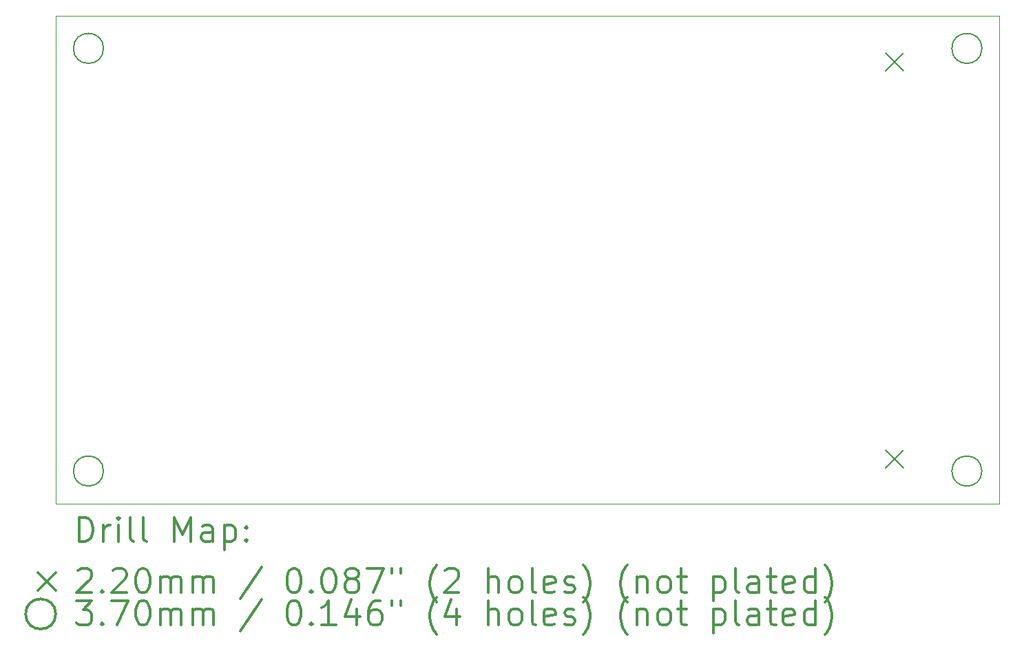
<source format=gbr>
%FSLAX45Y45*%
G04 Gerber Fmt 4.5, Leading zero omitted, Abs format (unit mm)*
G04 Created by KiCad (PCBNEW (5.1.9)-1) date 2021-04-20 11:25:09*
%MOMM*%
%LPD*%
G01*
G04 APERTURE LIST*
%TA.AperFunction,Profile*%
%ADD10C,0.050000*%
%TD*%
%ADD11C,0.200000*%
%ADD12C,0.300000*%
G04 APERTURE END LIST*
D10*
X15800000Y-15000000D02*
X4200000Y-15000000D01*
X15800000Y-9000000D02*
X15800000Y-15000000D01*
X4200000Y-9000000D02*
X15800000Y-9000000D01*
X4200000Y-15000000D02*
X4200000Y-9000000D01*
D11*
X14400000Y-9460000D02*
X14620000Y-9680000D01*
X14620000Y-9460000D02*
X14400000Y-9680000D01*
X14400000Y-14340000D02*
X14620000Y-14560000D01*
X14620000Y-14340000D02*
X14400000Y-14560000D01*
X4785000Y-9400000D02*
G75*
G03*
X4785000Y-9400000I-185000J0D01*
G01*
X4785000Y-14600000D02*
G75*
G03*
X4785000Y-14600000I-185000J0D01*
G01*
X15585000Y-9400000D02*
G75*
G03*
X15585000Y-9400000I-185000J0D01*
G01*
X15585000Y-14600000D02*
G75*
G03*
X15585000Y-14600000I-185000J0D01*
G01*
D12*
X4483928Y-15468214D02*
X4483928Y-15168214D01*
X4555357Y-15168214D01*
X4598214Y-15182500D01*
X4626786Y-15211071D01*
X4641071Y-15239643D01*
X4655357Y-15296786D01*
X4655357Y-15339643D01*
X4641071Y-15396786D01*
X4626786Y-15425357D01*
X4598214Y-15453929D01*
X4555357Y-15468214D01*
X4483928Y-15468214D01*
X4783928Y-15468214D02*
X4783928Y-15268214D01*
X4783928Y-15325357D02*
X4798214Y-15296786D01*
X4812500Y-15282500D01*
X4841071Y-15268214D01*
X4869643Y-15268214D01*
X4969643Y-15468214D02*
X4969643Y-15268214D01*
X4969643Y-15168214D02*
X4955357Y-15182500D01*
X4969643Y-15196786D01*
X4983928Y-15182500D01*
X4969643Y-15168214D01*
X4969643Y-15196786D01*
X5155357Y-15468214D02*
X5126786Y-15453929D01*
X5112500Y-15425357D01*
X5112500Y-15168214D01*
X5312500Y-15468214D02*
X5283928Y-15453929D01*
X5269643Y-15425357D01*
X5269643Y-15168214D01*
X5655357Y-15468214D02*
X5655357Y-15168214D01*
X5755357Y-15382500D01*
X5855357Y-15168214D01*
X5855357Y-15468214D01*
X6126786Y-15468214D02*
X6126786Y-15311071D01*
X6112500Y-15282500D01*
X6083928Y-15268214D01*
X6026786Y-15268214D01*
X5998214Y-15282500D01*
X6126786Y-15453929D02*
X6098214Y-15468214D01*
X6026786Y-15468214D01*
X5998214Y-15453929D01*
X5983928Y-15425357D01*
X5983928Y-15396786D01*
X5998214Y-15368214D01*
X6026786Y-15353929D01*
X6098214Y-15353929D01*
X6126786Y-15339643D01*
X6269643Y-15268214D02*
X6269643Y-15568214D01*
X6269643Y-15282500D02*
X6298214Y-15268214D01*
X6355357Y-15268214D01*
X6383928Y-15282500D01*
X6398214Y-15296786D01*
X6412500Y-15325357D01*
X6412500Y-15411071D01*
X6398214Y-15439643D01*
X6383928Y-15453929D01*
X6355357Y-15468214D01*
X6298214Y-15468214D01*
X6269643Y-15453929D01*
X6541071Y-15439643D02*
X6555357Y-15453929D01*
X6541071Y-15468214D01*
X6526786Y-15453929D01*
X6541071Y-15439643D01*
X6541071Y-15468214D01*
X6541071Y-15282500D02*
X6555357Y-15296786D01*
X6541071Y-15311071D01*
X6526786Y-15296786D01*
X6541071Y-15282500D01*
X6541071Y-15311071D01*
X3977500Y-15852500D02*
X4197500Y-16072500D01*
X4197500Y-15852500D02*
X3977500Y-16072500D01*
X4469643Y-15826786D02*
X4483928Y-15812500D01*
X4512500Y-15798214D01*
X4583928Y-15798214D01*
X4612500Y-15812500D01*
X4626786Y-15826786D01*
X4641071Y-15855357D01*
X4641071Y-15883929D01*
X4626786Y-15926786D01*
X4455357Y-16098214D01*
X4641071Y-16098214D01*
X4769643Y-16069643D02*
X4783928Y-16083929D01*
X4769643Y-16098214D01*
X4755357Y-16083929D01*
X4769643Y-16069643D01*
X4769643Y-16098214D01*
X4898214Y-15826786D02*
X4912500Y-15812500D01*
X4941071Y-15798214D01*
X5012500Y-15798214D01*
X5041071Y-15812500D01*
X5055357Y-15826786D01*
X5069643Y-15855357D01*
X5069643Y-15883929D01*
X5055357Y-15926786D01*
X4883928Y-16098214D01*
X5069643Y-16098214D01*
X5255357Y-15798214D02*
X5283928Y-15798214D01*
X5312500Y-15812500D01*
X5326786Y-15826786D01*
X5341071Y-15855357D01*
X5355357Y-15912500D01*
X5355357Y-15983929D01*
X5341071Y-16041071D01*
X5326786Y-16069643D01*
X5312500Y-16083929D01*
X5283928Y-16098214D01*
X5255357Y-16098214D01*
X5226786Y-16083929D01*
X5212500Y-16069643D01*
X5198214Y-16041071D01*
X5183928Y-15983929D01*
X5183928Y-15912500D01*
X5198214Y-15855357D01*
X5212500Y-15826786D01*
X5226786Y-15812500D01*
X5255357Y-15798214D01*
X5483928Y-16098214D02*
X5483928Y-15898214D01*
X5483928Y-15926786D02*
X5498214Y-15912500D01*
X5526786Y-15898214D01*
X5569643Y-15898214D01*
X5598214Y-15912500D01*
X5612500Y-15941071D01*
X5612500Y-16098214D01*
X5612500Y-15941071D02*
X5626786Y-15912500D01*
X5655357Y-15898214D01*
X5698214Y-15898214D01*
X5726786Y-15912500D01*
X5741071Y-15941071D01*
X5741071Y-16098214D01*
X5883928Y-16098214D02*
X5883928Y-15898214D01*
X5883928Y-15926786D02*
X5898214Y-15912500D01*
X5926786Y-15898214D01*
X5969643Y-15898214D01*
X5998214Y-15912500D01*
X6012500Y-15941071D01*
X6012500Y-16098214D01*
X6012500Y-15941071D02*
X6026786Y-15912500D01*
X6055357Y-15898214D01*
X6098214Y-15898214D01*
X6126786Y-15912500D01*
X6141071Y-15941071D01*
X6141071Y-16098214D01*
X6726786Y-15783929D02*
X6469643Y-16169643D01*
X7112500Y-15798214D02*
X7141071Y-15798214D01*
X7169643Y-15812500D01*
X7183928Y-15826786D01*
X7198214Y-15855357D01*
X7212500Y-15912500D01*
X7212500Y-15983929D01*
X7198214Y-16041071D01*
X7183928Y-16069643D01*
X7169643Y-16083929D01*
X7141071Y-16098214D01*
X7112500Y-16098214D01*
X7083928Y-16083929D01*
X7069643Y-16069643D01*
X7055357Y-16041071D01*
X7041071Y-15983929D01*
X7041071Y-15912500D01*
X7055357Y-15855357D01*
X7069643Y-15826786D01*
X7083928Y-15812500D01*
X7112500Y-15798214D01*
X7341071Y-16069643D02*
X7355357Y-16083929D01*
X7341071Y-16098214D01*
X7326786Y-16083929D01*
X7341071Y-16069643D01*
X7341071Y-16098214D01*
X7541071Y-15798214D02*
X7569643Y-15798214D01*
X7598214Y-15812500D01*
X7612500Y-15826786D01*
X7626786Y-15855357D01*
X7641071Y-15912500D01*
X7641071Y-15983929D01*
X7626786Y-16041071D01*
X7612500Y-16069643D01*
X7598214Y-16083929D01*
X7569643Y-16098214D01*
X7541071Y-16098214D01*
X7512500Y-16083929D01*
X7498214Y-16069643D01*
X7483928Y-16041071D01*
X7469643Y-15983929D01*
X7469643Y-15912500D01*
X7483928Y-15855357D01*
X7498214Y-15826786D01*
X7512500Y-15812500D01*
X7541071Y-15798214D01*
X7812500Y-15926786D02*
X7783928Y-15912500D01*
X7769643Y-15898214D01*
X7755357Y-15869643D01*
X7755357Y-15855357D01*
X7769643Y-15826786D01*
X7783928Y-15812500D01*
X7812500Y-15798214D01*
X7869643Y-15798214D01*
X7898214Y-15812500D01*
X7912500Y-15826786D01*
X7926786Y-15855357D01*
X7926786Y-15869643D01*
X7912500Y-15898214D01*
X7898214Y-15912500D01*
X7869643Y-15926786D01*
X7812500Y-15926786D01*
X7783928Y-15941071D01*
X7769643Y-15955357D01*
X7755357Y-15983929D01*
X7755357Y-16041071D01*
X7769643Y-16069643D01*
X7783928Y-16083929D01*
X7812500Y-16098214D01*
X7869643Y-16098214D01*
X7898214Y-16083929D01*
X7912500Y-16069643D01*
X7926786Y-16041071D01*
X7926786Y-15983929D01*
X7912500Y-15955357D01*
X7898214Y-15941071D01*
X7869643Y-15926786D01*
X8026786Y-15798214D02*
X8226786Y-15798214D01*
X8098214Y-16098214D01*
X8326786Y-15798214D02*
X8326786Y-15855357D01*
X8441071Y-15798214D02*
X8441071Y-15855357D01*
X8883928Y-16212500D02*
X8869643Y-16198214D01*
X8841071Y-16155357D01*
X8826786Y-16126786D01*
X8812500Y-16083929D01*
X8798214Y-16012500D01*
X8798214Y-15955357D01*
X8812500Y-15883929D01*
X8826786Y-15841071D01*
X8841071Y-15812500D01*
X8869643Y-15769643D01*
X8883928Y-15755357D01*
X8983928Y-15826786D02*
X8998214Y-15812500D01*
X9026786Y-15798214D01*
X9098214Y-15798214D01*
X9126786Y-15812500D01*
X9141071Y-15826786D01*
X9155357Y-15855357D01*
X9155357Y-15883929D01*
X9141071Y-15926786D01*
X8969643Y-16098214D01*
X9155357Y-16098214D01*
X9512500Y-16098214D02*
X9512500Y-15798214D01*
X9641071Y-16098214D02*
X9641071Y-15941071D01*
X9626786Y-15912500D01*
X9598214Y-15898214D01*
X9555357Y-15898214D01*
X9526786Y-15912500D01*
X9512500Y-15926786D01*
X9826786Y-16098214D02*
X9798214Y-16083929D01*
X9783928Y-16069643D01*
X9769643Y-16041071D01*
X9769643Y-15955357D01*
X9783928Y-15926786D01*
X9798214Y-15912500D01*
X9826786Y-15898214D01*
X9869643Y-15898214D01*
X9898214Y-15912500D01*
X9912500Y-15926786D01*
X9926786Y-15955357D01*
X9926786Y-16041071D01*
X9912500Y-16069643D01*
X9898214Y-16083929D01*
X9869643Y-16098214D01*
X9826786Y-16098214D01*
X10098214Y-16098214D02*
X10069643Y-16083929D01*
X10055357Y-16055357D01*
X10055357Y-15798214D01*
X10326786Y-16083929D02*
X10298214Y-16098214D01*
X10241071Y-16098214D01*
X10212500Y-16083929D01*
X10198214Y-16055357D01*
X10198214Y-15941071D01*
X10212500Y-15912500D01*
X10241071Y-15898214D01*
X10298214Y-15898214D01*
X10326786Y-15912500D01*
X10341071Y-15941071D01*
X10341071Y-15969643D01*
X10198214Y-15998214D01*
X10455357Y-16083929D02*
X10483928Y-16098214D01*
X10541071Y-16098214D01*
X10569643Y-16083929D01*
X10583928Y-16055357D01*
X10583928Y-16041071D01*
X10569643Y-16012500D01*
X10541071Y-15998214D01*
X10498214Y-15998214D01*
X10469643Y-15983929D01*
X10455357Y-15955357D01*
X10455357Y-15941071D01*
X10469643Y-15912500D01*
X10498214Y-15898214D01*
X10541071Y-15898214D01*
X10569643Y-15912500D01*
X10683928Y-16212500D02*
X10698214Y-16198214D01*
X10726786Y-16155357D01*
X10741071Y-16126786D01*
X10755357Y-16083929D01*
X10769643Y-16012500D01*
X10769643Y-15955357D01*
X10755357Y-15883929D01*
X10741071Y-15841071D01*
X10726786Y-15812500D01*
X10698214Y-15769643D01*
X10683928Y-15755357D01*
X11226786Y-16212500D02*
X11212500Y-16198214D01*
X11183928Y-16155357D01*
X11169643Y-16126786D01*
X11155357Y-16083929D01*
X11141071Y-16012500D01*
X11141071Y-15955357D01*
X11155357Y-15883929D01*
X11169643Y-15841071D01*
X11183928Y-15812500D01*
X11212500Y-15769643D01*
X11226786Y-15755357D01*
X11341071Y-15898214D02*
X11341071Y-16098214D01*
X11341071Y-15926786D02*
X11355357Y-15912500D01*
X11383928Y-15898214D01*
X11426786Y-15898214D01*
X11455357Y-15912500D01*
X11469643Y-15941071D01*
X11469643Y-16098214D01*
X11655357Y-16098214D02*
X11626786Y-16083929D01*
X11612500Y-16069643D01*
X11598214Y-16041071D01*
X11598214Y-15955357D01*
X11612500Y-15926786D01*
X11626786Y-15912500D01*
X11655357Y-15898214D01*
X11698214Y-15898214D01*
X11726786Y-15912500D01*
X11741071Y-15926786D01*
X11755357Y-15955357D01*
X11755357Y-16041071D01*
X11741071Y-16069643D01*
X11726786Y-16083929D01*
X11698214Y-16098214D01*
X11655357Y-16098214D01*
X11841071Y-15898214D02*
X11955357Y-15898214D01*
X11883928Y-15798214D02*
X11883928Y-16055357D01*
X11898214Y-16083929D01*
X11926786Y-16098214D01*
X11955357Y-16098214D01*
X12283928Y-15898214D02*
X12283928Y-16198214D01*
X12283928Y-15912500D02*
X12312500Y-15898214D01*
X12369643Y-15898214D01*
X12398214Y-15912500D01*
X12412500Y-15926786D01*
X12426786Y-15955357D01*
X12426786Y-16041071D01*
X12412500Y-16069643D01*
X12398214Y-16083929D01*
X12369643Y-16098214D01*
X12312500Y-16098214D01*
X12283928Y-16083929D01*
X12598214Y-16098214D02*
X12569643Y-16083929D01*
X12555357Y-16055357D01*
X12555357Y-15798214D01*
X12841071Y-16098214D02*
X12841071Y-15941071D01*
X12826786Y-15912500D01*
X12798214Y-15898214D01*
X12741071Y-15898214D01*
X12712500Y-15912500D01*
X12841071Y-16083929D02*
X12812500Y-16098214D01*
X12741071Y-16098214D01*
X12712500Y-16083929D01*
X12698214Y-16055357D01*
X12698214Y-16026786D01*
X12712500Y-15998214D01*
X12741071Y-15983929D01*
X12812500Y-15983929D01*
X12841071Y-15969643D01*
X12941071Y-15898214D02*
X13055357Y-15898214D01*
X12983928Y-15798214D02*
X12983928Y-16055357D01*
X12998214Y-16083929D01*
X13026786Y-16098214D01*
X13055357Y-16098214D01*
X13269643Y-16083929D02*
X13241071Y-16098214D01*
X13183928Y-16098214D01*
X13155357Y-16083929D01*
X13141071Y-16055357D01*
X13141071Y-15941071D01*
X13155357Y-15912500D01*
X13183928Y-15898214D01*
X13241071Y-15898214D01*
X13269643Y-15912500D01*
X13283928Y-15941071D01*
X13283928Y-15969643D01*
X13141071Y-15998214D01*
X13541071Y-16098214D02*
X13541071Y-15798214D01*
X13541071Y-16083929D02*
X13512500Y-16098214D01*
X13455357Y-16098214D01*
X13426786Y-16083929D01*
X13412500Y-16069643D01*
X13398214Y-16041071D01*
X13398214Y-15955357D01*
X13412500Y-15926786D01*
X13426786Y-15912500D01*
X13455357Y-15898214D01*
X13512500Y-15898214D01*
X13541071Y-15912500D01*
X13655357Y-16212500D02*
X13669643Y-16198214D01*
X13698214Y-16155357D01*
X13712500Y-16126786D01*
X13726786Y-16083929D01*
X13741071Y-16012500D01*
X13741071Y-15955357D01*
X13726786Y-15883929D01*
X13712500Y-15841071D01*
X13698214Y-15812500D01*
X13669643Y-15769643D01*
X13655357Y-15755357D01*
X4197500Y-16358500D02*
G75*
G03*
X4197500Y-16358500I-185000J0D01*
G01*
X4455357Y-16194214D02*
X4641071Y-16194214D01*
X4541071Y-16308500D01*
X4583928Y-16308500D01*
X4612500Y-16322786D01*
X4626786Y-16337071D01*
X4641071Y-16365643D01*
X4641071Y-16437071D01*
X4626786Y-16465643D01*
X4612500Y-16479929D01*
X4583928Y-16494214D01*
X4498214Y-16494214D01*
X4469643Y-16479929D01*
X4455357Y-16465643D01*
X4769643Y-16465643D02*
X4783928Y-16479929D01*
X4769643Y-16494214D01*
X4755357Y-16479929D01*
X4769643Y-16465643D01*
X4769643Y-16494214D01*
X4883928Y-16194214D02*
X5083928Y-16194214D01*
X4955357Y-16494214D01*
X5255357Y-16194214D02*
X5283928Y-16194214D01*
X5312500Y-16208500D01*
X5326786Y-16222786D01*
X5341071Y-16251357D01*
X5355357Y-16308500D01*
X5355357Y-16379929D01*
X5341071Y-16437071D01*
X5326786Y-16465643D01*
X5312500Y-16479929D01*
X5283928Y-16494214D01*
X5255357Y-16494214D01*
X5226786Y-16479929D01*
X5212500Y-16465643D01*
X5198214Y-16437071D01*
X5183928Y-16379929D01*
X5183928Y-16308500D01*
X5198214Y-16251357D01*
X5212500Y-16222786D01*
X5226786Y-16208500D01*
X5255357Y-16194214D01*
X5483928Y-16494214D02*
X5483928Y-16294214D01*
X5483928Y-16322786D02*
X5498214Y-16308500D01*
X5526786Y-16294214D01*
X5569643Y-16294214D01*
X5598214Y-16308500D01*
X5612500Y-16337071D01*
X5612500Y-16494214D01*
X5612500Y-16337071D02*
X5626786Y-16308500D01*
X5655357Y-16294214D01*
X5698214Y-16294214D01*
X5726786Y-16308500D01*
X5741071Y-16337071D01*
X5741071Y-16494214D01*
X5883928Y-16494214D02*
X5883928Y-16294214D01*
X5883928Y-16322786D02*
X5898214Y-16308500D01*
X5926786Y-16294214D01*
X5969643Y-16294214D01*
X5998214Y-16308500D01*
X6012500Y-16337071D01*
X6012500Y-16494214D01*
X6012500Y-16337071D02*
X6026786Y-16308500D01*
X6055357Y-16294214D01*
X6098214Y-16294214D01*
X6126786Y-16308500D01*
X6141071Y-16337071D01*
X6141071Y-16494214D01*
X6726786Y-16179929D02*
X6469643Y-16565643D01*
X7112500Y-16194214D02*
X7141071Y-16194214D01*
X7169643Y-16208500D01*
X7183928Y-16222786D01*
X7198214Y-16251357D01*
X7212500Y-16308500D01*
X7212500Y-16379929D01*
X7198214Y-16437071D01*
X7183928Y-16465643D01*
X7169643Y-16479929D01*
X7141071Y-16494214D01*
X7112500Y-16494214D01*
X7083928Y-16479929D01*
X7069643Y-16465643D01*
X7055357Y-16437071D01*
X7041071Y-16379929D01*
X7041071Y-16308500D01*
X7055357Y-16251357D01*
X7069643Y-16222786D01*
X7083928Y-16208500D01*
X7112500Y-16194214D01*
X7341071Y-16465643D02*
X7355357Y-16479929D01*
X7341071Y-16494214D01*
X7326786Y-16479929D01*
X7341071Y-16465643D01*
X7341071Y-16494214D01*
X7641071Y-16494214D02*
X7469643Y-16494214D01*
X7555357Y-16494214D02*
X7555357Y-16194214D01*
X7526786Y-16237071D01*
X7498214Y-16265643D01*
X7469643Y-16279929D01*
X7898214Y-16294214D02*
X7898214Y-16494214D01*
X7826786Y-16179929D02*
X7755357Y-16394214D01*
X7941071Y-16394214D01*
X8183928Y-16194214D02*
X8126786Y-16194214D01*
X8098214Y-16208500D01*
X8083928Y-16222786D01*
X8055357Y-16265643D01*
X8041071Y-16322786D01*
X8041071Y-16437071D01*
X8055357Y-16465643D01*
X8069643Y-16479929D01*
X8098214Y-16494214D01*
X8155357Y-16494214D01*
X8183928Y-16479929D01*
X8198214Y-16465643D01*
X8212500Y-16437071D01*
X8212500Y-16365643D01*
X8198214Y-16337071D01*
X8183928Y-16322786D01*
X8155357Y-16308500D01*
X8098214Y-16308500D01*
X8069643Y-16322786D01*
X8055357Y-16337071D01*
X8041071Y-16365643D01*
X8326786Y-16194214D02*
X8326786Y-16251357D01*
X8441071Y-16194214D02*
X8441071Y-16251357D01*
X8883928Y-16608500D02*
X8869643Y-16594214D01*
X8841071Y-16551357D01*
X8826786Y-16522786D01*
X8812500Y-16479929D01*
X8798214Y-16408500D01*
X8798214Y-16351357D01*
X8812500Y-16279929D01*
X8826786Y-16237071D01*
X8841071Y-16208500D01*
X8869643Y-16165643D01*
X8883928Y-16151357D01*
X9126786Y-16294214D02*
X9126786Y-16494214D01*
X9055357Y-16179929D02*
X8983928Y-16394214D01*
X9169643Y-16394214D01*
X9512500Y-16494214D02*
X9512500Y-16194214D01*
X9641071Y-16494214D02*
X9641071Y-16337071D01*
X9626786Y-16308500D01*
X9598214Y-16294214D01*
X9555357Y-16294214D01*
X9526786Y-16308500D01*
X9512500Y-16322786D01*
X9826786Y-16494214D02*
X9798214Y-16479929D01*
X9783928Y-16465643D01*
X9769643Y-16437071D01*
X9769643Y-16351357D01*
X9783928Y-16322786D01*
X9798214Y-16308500D01*
X9826786Y-16294214D01*
X9869643Y-16294214D01*
X9898214Y-16308500D01*
X9912500Y-16322786D01*
X9926786Y-16351357D01*
X9926786Y-16437071D01*
X9912500Y-16465643D01*
X9898214Y-16479929D01*
X9869643Y-16494214D01*
X9826786Y-16494214D01*
X10098214Y-16494214D02*
X10069643Y-16479929D01*
X10055357Y-16451357D01*
X10055357Y-16194214D01*
X10326786Y-16479929D02*
X10298214Y-16494214D01*
X10241071Y-16494214D01*
X10212500Y-16479929D01*
X10198214Y-16451357D01*
X10198214Y-16337071D01*
X10212500Y-16308500D01*
X10241071Y-16294214D01*
X10298214Y-16294214D01*
X10326786Y-16308500D01*
X10341071Y-16337071D01*
X10341071Y-16365643D01*
X10198214Y-16394214D01*
X10455357Y-16479929D02*
X10483928Y-16494214D01*
X10541071Y-16494214D01*
X10569643Y-16479929D01*
X10583928Y-16451357D01*
X10583928Y-16437071D01*
X10569643Y-16408500D01*
X10541071Y-16394214D01*
X10498214Y-16394214D01*
X10469643Y-16379929D01*
X10455357Y-16351357D01*
X10455357Y-16337071D01*
X10469643Y-16308500D01*
X10498214Y-16294214D01*
X10541071Y-16294214D01*
X10569643Y-16308500D01*
X10683928Y-16608500D02*
X10698214Y-16594214D01*
X10726786Y-16551357D01*
X10741071Y-16522786D01*
X10755357Y-16479929D01*
X10769643Y-16408500D01*
X10769643Y-16351357D01*
X10755357Y-16279929D01*
X10741071Y-16237071D01*
X10726786Y-16208500D01*
X10698214Y-16165643D01*
X10683928Y-16151357D01*
X11226786Y-16608500D02*
X11212500Y-16594214D01*
X11183928Y-16551357D01*
X11169643Y-16522786D01*
X11155357Y-16479929D01*
X11141071Y-16408500D01*
X11141071Y-16351357D01*
X11155357Y-16279929D01*
X11169643Y-16237071D01*
X11183928Y-16208500D01*
X11212500Y-16165643D01*
X11226786Y-16151357D01*
X11341071Y-16294214D02*
X11341071Y-16494214D01*
X11341071Y-16322786D02*
X11355357Y-16308500D01*
X11383928Y-16294214D01*
X11426786Y-16294214D01*
X11455357Y-16308500D01*
X11469643Y-16337071D01*
X11469643Y-16494214D01*
X11655357Y-16494214D02*
X11626786Y-16479929D01*
X11612500Y-16465643D01*
X11598214Y-16437071D01*
X11598214Y-16351357D01*
X11612500Y-16322786D01*
X11626786Y-16308500D01*
X11655357Y-16294214D01*
X11698214Y-16294214D01*
X11726786Y-16308500D01*
X11741071Y-16322786D01*
X11755357Y-16351357D01*
X11755357Y-16437071D01*
X11741071Y-16465643D01*
X11726786Y-16479929D01*
X11698214Y-16494214D01*
X11655357Y-16494214D01*
X11841071Y-16294214D02*
X11955357Y-16294214D01*
X11883928Y-16194214D02*
X11883928Y-16451357D01*
X11898214Y-16479929D01*
X11926786Y-16494214D01*
X11955357Y-16494214D01*
X12283928Y-16294214D02*
X12283928Y-16594214D01*
X12283928Y-16308500D02*
X12312500Y-16294214D01*
X12369643Y-16294214D01*
X12398214Y-16308500D01*
X12412500Y-16322786D01*
X12426786Y-16351357D01*
X12426786Y-16437071D01*
X12412500Y-16465643D01*
X12398214Y-16479929D01*
X12369643Y-16494214D01*
X12312500Y-16494214D01*
X12283928Y-16479929D01*
X12598214Y-16494214D02*
X12569643Y-16479929D01*
X12555357Y-16451357D01*
X12555357Y-16194214D01*
X12841071Y-16494214D02*
X12841071Y-16337071D01*
X12826786Y-16308500D01*
X12798214Y-16294214D01*
X12741071Y-16294214D01*
X12712500Y-16308500D01*
X12841071Y-16479929D02*
X12812500Y-16494214D01*
X12741071Y-16494214D01*
X12712500Y-16479929D01*
X12698214Y-16451357D01*
X12698214Y-16422786D01*
X12712500Y-16394214D01*
X12741071Y-16379929D01*
X12812500Y-16379929D01*
X12841071Y-16365643D01*
X12941071Y-16294214D02*
X13055357Y-16294214D01*
X12983928Y-16194214D02*
X12983928Y-16451357D01*
X12998214Y-16479929D01*
X13026786Y-16494214D01*
X13055357Y-16494214D01*
X13269643Y-16479929D02*
X13241071Y-16494214D01*
X13183928Y-16494214D01*
X13155357Y-16479929D01*
X13141071Y-16451357D01*
X13141071Y-16337071D01*
X13155357Y-16308500D01*
X13183928Y-16294214D01*
X13241071Y-16294214D01*
X13269643Y-16308500D01*
X13283928Y-16337071D01*
X13283928Y-16365643D01*
X13141071Y-16394214D01*
X13541071Y-16494214D02*
X13541071Y-16194214D01*
X13541071Y-16479929D02*
X13512500Y-16494214D01*
X13455357Y-16494214D01*
X13426786Y-16479929D01*
X13412500Y-16465643D01*
X13398214Y-16437071D01*
X13398214Y-16351357D01*
X13412500Y-16322786D01*
X13426786Y-16308500D01*
X13455357Y-16294214D01*
X13512500Y-16294214D01*
X13541071Y-16308500D01*
X13655357Y-16608500D02*
X13669643Y-16594214D01*
X13698214Y-16551357D01*
X13712500Y-16522786D01*
X13726786Y-16479929D01*
X13741071Y-16408500D01*
X13741071Y-16351357D01*
X13726786Y-16279929D01*
X13712500Y-16237071D01*
X13698214Y-16208500D01*
X13669643Y-16165643D01*
X13655357Y-16151357D01*
M02*

</source>
